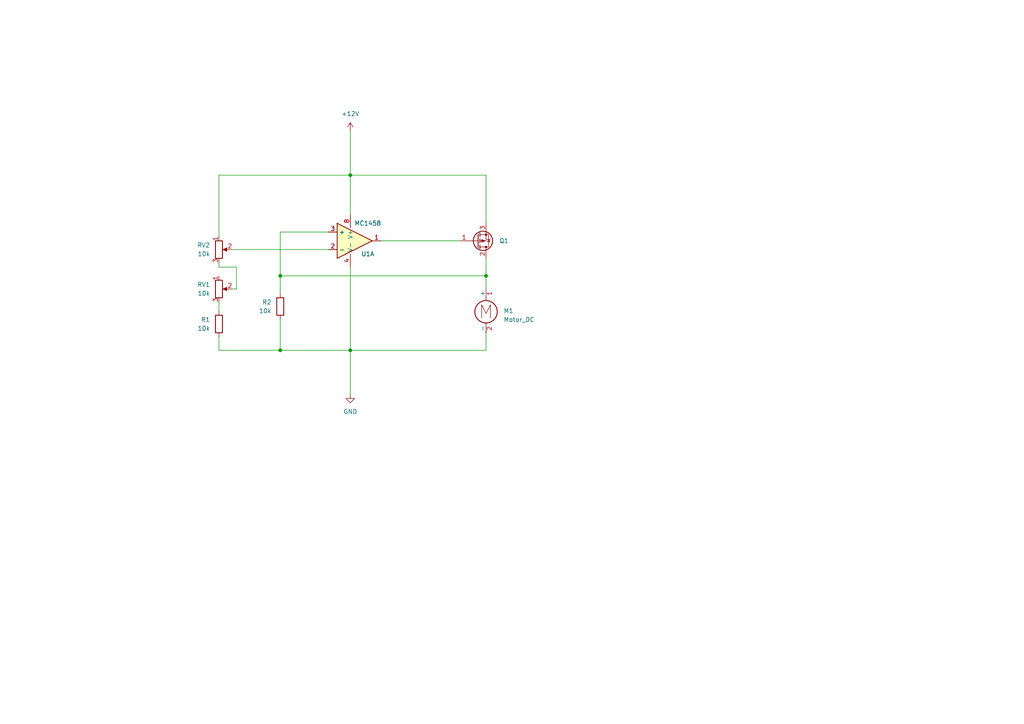
<source format=kicad_sch>
(kicad_sch (version 20211123) (generator eeschema)
  (paper "A4")
  (title_block (title "FET controller basics") (date "2022-06-04") (rev "0.1") (company "el.Dude Electronics Prototyping"))
  (lib_symbols
    (symbol "Device:Opamp_Dual"
      (property "Reference" "U" (at 0 5.08 0))
      (property "Value" "Opamp_Dual" (at 0 -5.08 0))
      (symbol "Opamp_Dual_1_1"
        (polyline (pts (xy -5.08 5.08) (xy 5.08 0) (xy -5.08 -5.08) (xy -5.08 5.08)) (stroke (width 0.254)) (fill (type background)))
        (pin output line (at 7.62 0 180) (length 2.54) (name "~") (number "1"))
        (pin input line (at -7.62 -2.54 0) (length 2.54) (name "-") (number "2"))
        (pin input line (at -7.62 2.54 0) (length 2.54) (name "+") (number "3"))
      )
      (symbol "Opamp_Dual_2_1"
        (polyline (pts (xy -5.08 5.08) (xy 5.08 0) (xy -5.08 -5.08) (xy -5.08 5.08)) (stroke (width 0.254)) (fill (type background)))
        (pin input line (at -7.62 2.54 0) (length 2.54) (name "+") (number "5"))
        (pin input line (at -7.62 -2.54 0) (length 2.54) (name "-") (number "6"))
        (pin output line (at 7.62 0 180) (length 2.54) (name "~") (number "7"))
      )
      (symbol "Opamp_Dual_3_1"
        (pin power_in line (at -2.54 -7.62 90) (length 3.81) (name "V-") (number "4"))
        (pin power_in line (at -2.54 7.62 270) (length 3.81) (name "V+") (number "8"))
      )
    )
    (symbol "Device:R" (pin_numbers hide) (pin_names (offset 0))
      (property "Reference" "R" (at 2.032 0 90))
      (property "Value" "R" (at 0 0 90))
      (symbol "R_0_1"
        (rectangle (start -1.016 -2.54) (end 1.016 2.54) (stroke (width 0.254)))
      )
      (symbol "R_1_1"
        (pin passive line (at 0 3.81 270) (length 1.27) (name "~") (number "1"))
        (pin passive line (at 0 -3.81 90) (length 1.27) (name "~") (number "2"))
      )
    )
    (symbol "Device:R_Potentiometer" (pin_names (offset 1.016) hide)
      (property "Reference" "RV" (at -4.445 0 90))
      (property "Value" "R_Potentiometer" (at -2.54 0 90))
      (symbol "R_Potentiometer_0_1"
        (polyline (pts (xy 2.54 0) (xy 1.524 0)))
        (polyline (pts (xy 1.143 0) (xy 2.286 0.508) (xy 2.286 -0.508) (xy 1.143 0)) (fill (type outline)))
        (rectangle (start 1.016 2.54) (end -1.016 -2.54) (stroke (width 0.254)))
      )
      (symbol "R_Potentiometer_1_1"
        (pin passive line (at 0 3.81 270) (length 1.27) (name "1") (number "1"))
        (pin passive line (at 3.81 0 180) (length 1.27) (name "2") (number "2"))
        (pin passive line (at 0 -3.81 90) (length 1.27) (name "3") (number "3"))
      )
    )
    (symbol "Motor:Motor_DC" (pin_names (offset 0))
      (property "Reference" "M" (at 2.54 2.54 0))
      (property "Value" "Motor_DC" (at 2.54 -5.08 0))
      (symbol "Motor_DC_0_0"
        (polyline (pts (xy -1.27 -3.302) (xy -1.27 0.508) (xy 0 -2.032) (xy 1.27 0.508) (xy 1.27 -3.302)))
      )
      (symbol "Motor_DC_0_1"
        (circle (center 0 -1.524) (radius 3.2512) (stroke (width 0.254)))
        (polyline (pts (xy 0 -7.62) (xy 0 -7.112)))
        (polyline (pts (xy 0 -4.7752) (xy 0 -5.1816)))
        (polyline (pts (xy 0 1.7272) (xy 0 2.0828)))
        (polyline (pts (xy 0 2.032) (xy 0 2.54)))
      )
      (symbol "Motor_DC_1_1"
        (pin passive line (at 0 5.08 270) (length 2.54) (name "+") (number "1"))
        (pin passive line (at 0 -7.62 90) (length 2.54) (name "-") (number "2"))
      )
    )
    (symbol "Transistor_FET:FQP27P06" (pin_names hide)
      (property "Reference" "Q" (at 5.08 1.905 0))
      (property "Value" "FQP27P06" (at 5.08 0 0))
      (symbol "FQP27P06_0_1"
        (polyline (pts (xy 0.254 0) (xy -2.54 0)))
        (polyline (pts (xy 0.254 1.905) (xy 0.254 -1.905)) (stroke (width 0.254)))
        (polyline (pts (xy 0.762 -1.27) (xy 0.762 -2.286)) (stroke (width 0.254)))
        (polyline (pts (xy 0.762 0.508) (xy 0.762 -0.508)) (stroke (width 0.254)))
        (polyline (pts (xy 0.762 2.286) (xy 0.762 1.27)) (stroke (width 0.254)))
        (polyline (pts (xy 2.54 2.54) (xy 2.54 1.778)))
        (polyline (pts (xy 2.54 -2.54) (xy 2.54 0) (xy 0.762 0)))
        (polyline (pts (xy 0.762 1.778) (xy 3.302 1.778) (xy 3.302 -1.778) (xy 0.762 -1.778)))
        (polyline (pts (xy 2.286 0) (xy 1.27 0.381) (xy 1.27 -0.381) (xy 2.286 0)) (fill (type outline)))
        (polyline (pts (xy 2.794 -0.508) (xy 2.921 -0.381) (xy 3.683 -0.381) (xy 3.81 -0.254)))
        (polyline (pts (xy 3.302 -0.381) (xy 2.921 0.254) (xy 3.683 0.254) (xy 3.302 -0.381)))
        (circle (center 1.651 0) (radius 2.794) (stroke (width 0.254)))
        (circle (center 2.54 -1.778) (radius 0.254) (fill (type outline)))
        (circle (center 2.54 1.778) (radius 0.254) (fill (type outline)))
      )
      (symbol "FQP27P06_1_1"
        (pin input line (at -5.08 0 0) (length 2.54) (name "G") (number "1"))
        (pin passive line (at 2.54 5.08 270) (length 2.54) (name "D") (number "2"))
        (pin passive line (at 2.54 -5.08 90) (length 2.54) (name "S") (number "3"))
      )
    )
    (symbol "power:+12V" (power) (pin_names (offset 0))
      (property "Value" "+12V" (at 0 3.556 0))
      (symbol "+12V_0_1"
        (polyline (pts (xy -0.762 1.27) (xy 0 2.54)))
        (polyline (pts (xy 0 0) (xy 0 2.54)))
        (polyline (pts (xy 0 2.54) (xy 0.762 1.27)))
      )
      (symbol "+12V_1_1"
        (pin power_in line (at 0 0 90) (length 0) hide (name "+12V") (number "1"))
      )
    )
    (symbol "power:GND" (power) (pin_names (offset 0))
      (property "Value" "GND" (at 0 -3.81 0))
      (symbol "GND_0_1"
        (polyline (pts (xy 0 0) (xy 0 -1.27) (xy 1.27 -1.27) (xy 0 -2.54) (xy -1.27 -1.27) (xy 0 -1.27)))
      )
      (symbol "GND_1_1"
        (pin power_in line (at 0 0 270) (length 0) hide (name "GND") (number "1"))
      )
    )
  )
  (junction (at 101.6 50.8))
  (junction (at 101.6 101.6))
  (junction (at 81.28 101.6))
  (junction (at 140.97 80.01))
  (junction (at 81.28 80.01))
  (wire (pts (xy 81.28 67.31) (xy 95.25 67.31)))
  (wire (pts (xy 63.5 101.6) (xy 81.28 101.6)))
  (wire (pts (xy 101.6 77.47) (xy 101.6 101.6)))
  (wire (pts (xy 68.58 83.82) (xy 68.58 77.47)))
  (wire (pts (xy 101.6 50.8) (xy 101.6 62.23)))
  (wire (pts (xy 140.97 74.93) (xy 140.97 80.01)))
  (wire (pts (xy 68.58 77.47) (xy 63.5 77.47)))
  (wire (pts (xy 81.28 80.01) (xy 81.28 67.31)))
  (wire (pts (xy 101.6 50.8) (xy 140.97 50.8)))
  (wire (pts (xy 140.97 96.52) (xy 140.97 101.6)))
  (wire (pts (xy 140.97 64.77) (xy 140.97 50.8)))
  (wire (pts (xy 63.5 50.8) (xy 101.6 50.8)))
  (wire (pts (xy 63.5 68.58) (xy 63.5 50.8)))
  (wire (pts (xy 140.97 101.6) (xy 101.6 101.6)))
  (wire (pts (xy 68.58 83.82) (xy 67.31 83.82)))
  (wire (pts (xy 101.6 50.8) (xy 101.6 38.1)))
  (wire (pts (xy 110.49 69.85) (xy 133.35 69.85)))
  (wire (pts (xy 81.28 92.71) (xy 81.28 101.6)))
  (wire (pts (xy 81.28 80.01) (xy 140.97 80.01)))
  (wire (pts (xy 81.28 85.09) (xy 81.28 80.01)))
  (wire (pts (xy 140.97 80.01) (xy 140.97 83.82)))
  (wire (pts (xy 63.5 97.79) (xy 63.5 101.6)))
  (wire (pts (xy 67.31 72.39) (xy 95.25 72.39)))
  (wire (pts (xy 101.6 101.6) (xy 101.6 114.3)))
  (wire (pts (xy 63.5 77.47) (xy 63.5 76.2)))
  (wire (pts (xy 81.28 101.6) (xy 101.6 101.6)))
  (wire (pts (xy 63.5 87.63) (xy 63.5 90.17)))
  (symbol (lib_id "Device:Opamp_Dual") (at 102.87 69.85 0) (unit 1)
    (property "Reference" "U1" (at 106.68 73.66 0))
    (property "Value" "MC1458" (at 106.68 64.77 0))
  )
  (symbol (lib_id "Motor:Motor_DC") (at 140.97 88.9 0) (unit 1)
    (property "Reference" "M1" (at 146.05 90.1699 0) (effects (justify left)))
    (property "Value" "Motor_DC" (at 146.05 92.7099 0) (effects (justify left)))
  )
  (symbol (lib_id "Device:Opamp_Dual") (at 104.14 69.85 0) (unit 3)
    (property "Reference" "U1" (effects hide))
    (property "Value" "Opamp_Dual" (effects hide))
  )
  (symbol (lib_id "Transistor_FET:FQP27P06") (at 138.43 69.85 0) (mirror x) (unit 1)
    (property "Reference" "Q1" (at 144.78 69.8499 0) (effects (justify left)))
    (property "Value" "FQP27P06" (effects hide))
    (property "Footprint" "Package_TO_SOT_THT:TO-220-3_Vertical" (effects hide))
    (property "Datasheet" "https://www.onsemi.com/pub/Collateral/FQP27P06-D.PDF" (effects hide))
  )
  (symbol (lib_id "Device:R") (at 63.5 93.98 0) (mirror x) (unit 1)
    (property "Reference" "R1" (at 60.96 92.7099 0) (effects (justify right)))
    (property "Value" "10k" (at 60.96 95.2499 0) (effects (justify right)))
  )
  (symbol (lib_id "power:GND") (at 101.6 114.3 0) (unit 1)
    (property "Reference" "#PWR?" (effects hide))
    (property "Value" "GND" (at 101.6 119.38 0))
  )
  (symbol (lib_id "power:+12V") (at 101.6 38.1 0) (unit 1)
    (property "Reference" "#PWR?" (effects hide))
    (property "Value" "+12V" (at 101.6 33.02 0))
  )
  (symbol (lib_id "Device:R") (at 81.28 88.9 0) (mirror x) (unit 1)
    (property "Reference" "R2" (at 78.74 87.6299 0) (effects (justify right)))
    (property "Value" "10k" (at 78.74 90.1699 0) (effects (justify right)))
  )
  (symbol (lib_id "Device:R_Potentiometer") (at 63.5 83.82 0) (unit 1)
    (property "Reference" "RV1" (at 60.96 82.5499 0) (effects (justify right)))
    (property "Value" "10k" (at 60.96 85.0899 0) (effects (justify right)))
  )
  (symbol (lib_id "Device:R_Potentiometer") (at 63.5 72.39 0) (unit 1)
    (property "Reference" "RV2" (at 60.96 71.1199 0) (effects (justify right)))
    (property "Value" "10k" (at 60.96 73.6599 0) (effects (justify right)))
  )
)
</source>
